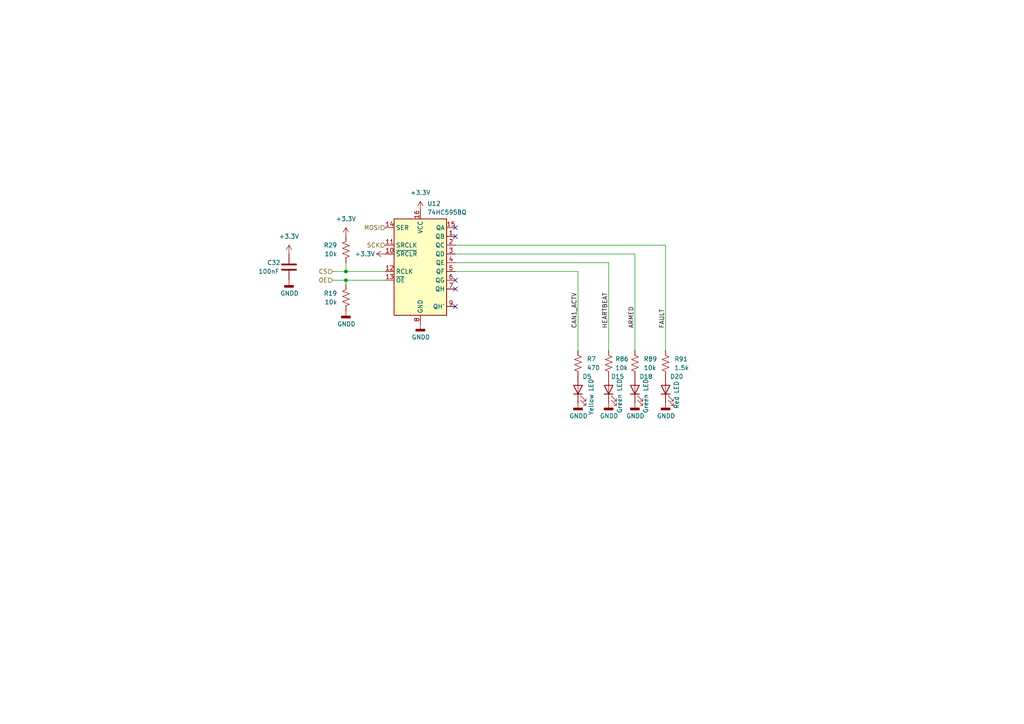
<source format=kicad_sch>
(kicad_sch (version 20230121) (generator eeschema)
  (paper "A4")
  (lib_symbols
    (symbol "74xx:74HC595"
      (property "Reference" "U" (at -7.62 13.97 0))
      (property "Value" "74HC595" (at -7.62 -16.51 0))
      (symbol "74HC595_1_0"
        (pin tri_state line (at 10.16 7.62 180) (length 2.54) (name "QB") (number "1"))
        (pin input line (at -10.16 2.54 0) (length 2.54) (name "~{SRCLR}") (number "10"))
        (pin input line (at -10.16 5.08 0) (length 2.54) (name "SRCLK") (number "11"))
        (pin input line (at -10.16 -2.54 0) (length 2.54) (name "RCLK") (number "12"))
        (pin input line (at -10.16 -5.08 0) (length 2.54) (name "~{OE}") (number "13"))
        (pin input line (at -10.16 10.16 0) (length 2.54) (name "SER") (number "14"))
        (pin tri_state line (at 10.16 10.16 180) (length 2.54) (name "QA") (number "15"))
        (pin power_in line (at 0 15.24 270) (length 2.54) (name "VCC") (number "16"))
        (pin tri_state line (at 10.16 5.08 180) (length 2.54) (name "QC") (number "2"))
        (pin tri_state line (at 10.16 2.54 180) (length 2.54) (name "QD") (number "3"))
        (pin tri_state line (at 10.16 0 180) (length 2.54) (name "QE") (number "4"))
        (pin tri_state line (at 10.16 -2.54 180) (length 2.54) (name "QF") (number "5"))
        (pin tri_state line (at 10.16 -5.08 180) (length 2.54) (name "QG") (number "6"))
        (pin tri_state line (at 10.16 -7.62 180) (length 2.54) (name "QH") (number "7"))
        (pin power_in line (at 0 -17.78 90) (length 2.54) (name "GND") (number "8"))
        (pin output line (at 10.16 -12.7 180) (length 2.54) (name "QH'") (number "9"))
      )
      (symbol "74HC595_1_1"
        (rectangle (start -7.62 12.7) (end 7.62 -15.24) (stroke (width 0.254)) (fill (type background)))
      )
    )
    (symbol "Device:C" (pin_numbers hide) (pin_names (offset 0.254))
      (property "Reference" "C" (at 0.635 2.54 0))
      (property "Value" "C" (at 0.635 -2.54 0))
      (symbol "C_0_1"
        (polyline (pts (xy -2.032 -0.762) (xy 2.032 -0.762)) (stroke (width 0.508)))
        (polyline (pts (xy -2.032 0.762) (xy 2.032 0.762)) (stroke (width 0.508)))
      )
      (symbol "C_1_1"
        (pin passive line (at 0 3.81 270) (length 2.794) (name "~") (number "1"))
        (pin passive line (at 0 -3.81 90) (length 2.794) (name "~") (number "2"))
      )
    )
    (symbol "Device:LED" (pin_numbers hide) (pin_names (offset 1.016) hide)
      (property "Reference" "D" (at 0 2.54 0))
      (property "Value" "LED" (at 0 -2.54 0))
      (symbol "LED_0_1"
        (polyline (pts (xy -1.27 -1.27) (xy -1.27 1.27)) (stroke (width 0.254)))
        (polyline (pts (xy -1.27 0) (xy 1.27 0)))
        (polyline (pts (xy 1.27 -1.27) (xy 1.27 1.27) (xy -1.27 0) (xy 1.27 -1.27)) (stroke (width 0.254)))
        (polyline (pts (xy -3.048 -0.762) (xy -4.572 -2.286) (xy -3.81 -2.286) (xy -4.572 -2.286) (xy -4.572 -1.524)))
        (polyline (pts (xy -1.778 -0.762) (xy -3.302 -2.286) (xy -2.54 -2.286) (xy -3.302 -2.286) (xy -3.302 -1.524)))
      )
      (symbol "LED_1_1"
        (pin passive line (at -3.81 0 0) (length 2.54) (name "K") (number "1"))
        (pin passive line (at 3.81 0 180) (length 2.54) (name "A") (number "2"))
      )
    )
    (symbol "Device:R_US" (pin_numbers hide) (pin_names (offset 0))
      (property "Reference" "R" (at 2.54 0 90))
      (property "Value" "R_US" (at -2.54 0 90))
      (symbol "R_US_0_1"
        (polyline (pts (xy 0 -2.286) (xy 0 -2.54)))
        (polyline (pts (xy 0 2.286) (xy 0 2.54)))
        (polyline (pts (xy 0 -0.762) (xy 1.016 -1.143) (xy 0 -1.524) (xy -1.016 -1.905) (xy 0 -2.286)))
        (polyline (pts (xy 0 0.762) (xy 1.016 0.381) (xy 0 0) (xy -1.016 -0.381) (xy 0 -0.762)))
        (polyline (pts (xy 0 2.286) (xy 1.016 1.905) (xy 0 1.524) (xy -1.016 1.143) (xy 0 0.762)))
      )
      (symbol "R_US_1_1"
        (pin passive line (at 0 3.81 270) (length 1.27) (name "~") (number "1"))
        (pin passive line (at 0 -3.81 90) (length 1.27) (name "~") (number "2"))
      )
    )
    (symbol "power:+3.3V" (power) (pin_names (offset 0))
      (property "Value" "+3.3V" (at 0 3.556 0))
      (symbol "+3.3V_0_1"
        (polyline (pts (xy -0.762 1.27) (xy 0 2.54)))
        (polyline (pts (xy 0 0) (xy 0 2.54)))
        (polyline (pts (xy 0 2.54) (xy 0.762 1.27)))
      )
      (symbol "+3.3V_1_1"
        (pin power_in line (at 0 0 90) (length 0) hide (name "+3.3V") (number "1"))
      )
    )
    (symbol "power:GNDD" (power) (pin_names (offset 0))
      (property "Value" "GNDD" (at 0 -3.175 0))
      (symbol "GNDD_0_1"
        (rectangle (start -1.27 -1.524) (end 1.27 -2.032) (stroke (width 0.254)) (fill (type outline)))
        (polyline (pts (xy 0 0) (xy 0 -1.524)))
      )
      (symbol "GNDD_1_1"
        (pin power_in line (at 0 0 270) (length 0) hide (name "GNDD") (number "1"))
      )
    )
  )
  (junction (at 100.33 78.74))
  (junction (at 100.33 81.28))
  (no_connect (at 132.08 88.9))
  (no_connect (at 132.08 83.82))
  (no_connect (at 132.08 66.04))
  (no_connect (at 132.08 81.28))
  (no_connect (at 132.08 68.58))
  (wire (pts (xy 100.33 76.2) (xy 100.33 78.74)))
  (wire (pts (xy 96.52 78.74) (xy 100.33 78.74)))
  (wire (pts (xy 132.08 78.74) (xy 167.64 78.74)))
  (wire (pts (xy 132.08 76.2) (xy 176.53 76.2)))
  (wire (pts (xy 167.64 101.6) (xy 167.64 78.74)))
  (wire (pts (xy 184.15 73.66) (xy 184.15 101.6)))
  (wire (pts (xy 111.76 81.28) (xy 100.33 81.28)))
  (wire (pts (xy 100.33 78.74) (xy 111.76 78.74)))
  (wire (pts (xy 100.33 81.28) (xy 100.33 82.55)))
  (wire (pts (xy 132.08 73.66) (xy 184.15 73.66)))
  (wire (pts (xy 176.53 101.6) (xy 176.53 76.2)))
  (wire (pts (xy 193.04 71.12) (xy 193.04 101.6)))
  (wire (pts (xy 132.08 71.12) (xy 193.04 71.12)))
  (wire (pts (xy 96.52 81.28) (xy 100.33 81.28)))
  (label "FAULT" (at 193.04 95.25 90))
  (label "ARMED" (at 184.15 95.25 90))
  (label "HEARTBEAT" (at 176.53 95.25 90))
  (label "CAN1_ACTV" (at 167.64 95.25 90))
  (hierarchical_label "OE" (shape input) (at 96.52 81.28 180))
  (hierarchical_label "SCK" (shape input) (at 111.76 71.12 180))
  (hierarchical_label "MOSI" (shape input) (at 111.76 66.04 180))
  (hierarchical_label "CS" (shape input) (at 96.52 78.74 180))
  (symbol (lib_id "power:+3.3V") (at 121.92 60.96 0) (unit 1)
    (property "Reference" "#PWR016" (effects hide))
    (property "Value" "+3.3V" (at 121.92 55.88 0))
  )
  (symbol (lib_id "power:+3.3V") (at 100.33 68.58 0) (unit 1)
    (property "Reference" "#PWR058" (effects hide))
    (property "Value" "+3.3V" (at 100.33 63.5 0))
  )
  (symbol (lib_id "power:GNDD") (at 83.82 81.28 0) (unit 1)
    (property "Reference" "#PWR060" (effects hide))
    (property "Value" "GNDD" (at 81.28 85.09 0) (effects (justify left)))
  )
  (symbol (lib_id "power:GNDD") (at 121.92 93.98 0) (unit 1)
    (property "Reference" "#PWR021" (effects hide))
    (property "Value" "GNDD" (at 119.38 97.79 0) (effects (justify left)))
  )
  (symbol (lib_id "Device:LED") (at 176.53 113.03 90) (unit 1)
    (property "Reference" "D15" (at 177.165 109.22 90) (effects (justify right)))
    (property "Value" "Green LED" (at 179.705 109.855 0) (effects (justify right)))
    (property "Footprint" "Diode_SMD:D_0603_1608Metric" (effects hide))
    (property "LCSC" "C72043" (effects hide))
  )
  (symbol (lib_id "power:GNDD") (at 184.15 116.84 0) (unit 1)
    (property "Reference" "#PWR0136" (effects hide))
    (property "Value" "GNDD" (at 181.61 120.65 0) (effects (justify left)))
  )
  (symbol (lib_id "Device:LED") (at 193.04 113.03 90) (unit 1)
    (property "Reference" "D20" (at 194.31 109.22 90) (effects (justify right)))
    (property "Value" "Red LED" (at 196.215 110.49 0) (effects (justify right)))
    (property "Footprint" "Diode_SMD:D_0603_1608Metric" (effects hide))
    (property "LCSC" "C2286" (effects hide))
  )
  (symbol (lib_id "Device:R_US") (at 184.15 105.41 0) (unit 1)
    (property "Reference" "R89" (at 186.69 104.1399 0) (effects (justify left)))
    (property "Value" "10k" (at 186.69 106.6799 0) (effects (justify left)))
    (property "Footprint" "Resistor_SMD:R_0402_1005Metric" (effects hide))
    (property "LCSC" "C25744" (effects hide))
  )
  (symbol (lib_id "Device:R_US") (at 100.33 86.36 0) (mirror x) (unit 1)
    (property "Reference" "R19" (at 97.79 85.0899 0) (effects (justify right)))
    (property "Value" "10k" (at 97.79 87.6299 0) (effects (justify right)))
    (property "Footprint" "Resistor_SMD:R_0402_1005Metric" (effects hide))
    (property "LCSC" "C25744" (effects hide))
  )
  (symbol (lib_id "Device:LED") (at 167.64 113.03 90) (unit 1)
    (property "Reference" "D5" (at 168.91 109.22 90) (effects (justify right)))
    (property "Value" "Yellow LED" (at 171.45 109.855 0) (effects (justify right)))
    (property "Footprint" "Diode_SMD:D_0603_1608Metric" (effects hide))
    (property "LCSC" "C72038" (effects hide))
  )
  (symbol (lib_id "power:GNDD") (at 167.64 116.84 0) (unit 1)
    (property "Reference" "#PWR022" (effects hide))
    (property "Value" "GNDD" (at 165.1 120.65 0) (effects (justify left)))
  )
  (symbol (lib_id "Device:R_US") (at 193.04 105.41 0) (unit 1)
    (property "Reference" "R91" (at 195.58 104.1399 0) (effects (justify left)))
    (property "Value" "1.5k" (at 195.58 106.6799 0) (effects (justify left)))
    (property "Footprint" "Resistor_SMD:R_0402_1005Metric" (effects hide))
    (property "LCSC" "C25867" (effects hide))
  )
  (symbol (lib_id "power:GNDD") (at 100.33 90.17 0) (unit 1)
    (property "Reference" "#PWR014" (effects hide))
    (property "Value" "GNDD" (at 97.79 93.98 0) (effects (justify left)))
  )
  (symbol (lib_id "power:GNDD") (at 176.53 116.84 0) (unit 1)
    (property "Reference" "#PWR0133" (effects hide))
    (property "Value" "GNDD" (at 173.99 120.65 0) (effects (justify left)))
  )
  (symbol (lib_id "74xx:74HC595") (at 121.92 76.2 0) (unit 1)
    (property "Reference" "U12" (at 123.8759 59.055 0) (effects (justify left)))
    (property "Value" "74HC595BQ" (at 123.8759 61.595 0) (effects (justify left)))
    (property "Footprint" "Package_DFN_QFN:DHVQFN-16-1EP_2.5x3.5mm_P0.5mm_EP1x2mm" (effects hide))
    (property "Datasheet" "https://rocelec.widen.net/view/pdf/umsr6rbkih/PHGL-S-A0000283114-1.pdf?t.download=true&u=5oefqw" (effects hide))
    (property "DigiKey" "1727-3327-1-ND" (effects hide))
  )
  (symbol (lib_id "Device:LED") (at 184.15 113.03 90) (unit 1)
    (property "Reference" "D18" (at 185.42 109.22 90) (effects (justify right)))
    (property "Value" "Green LED" (at 187.325 109.855 0) (effects (justify right)))
    (property "Footprint" "Diode_SMD:D_0603_1608Metric" (effects hide))
    (property "LCSC" "C72043" (effects hide))
  )
  (symbol (lib_id "Device:R_US") (at 100.33 72.39 0) (mirror x) (unit 1)
    (property "Reference" "R29" (at 97.79 71.1199 0) (effects (justify right)))
    (property "Value" "10k" (at 97.79 73.6599 0) (effects (justify right)))
    (property "Footprint" "Resistor_SMD:R_0402_1005Metric" (effects hide))
    (property "LCSC" "C25744" (effects hide))
  )
  (symbol (lib_id "power:GNDD") (at 193.04 116.84 0) (unit 1)
    (property "Reference" "#PWR0138" (effects hide))
    (property "Value" "GNDD" (at 190.5 120.65 0) (effects (justify left)))
  )
  (symbol (lib_id "power:+3.3V") (at 111.76 73.66 90) (unit 1)
    (property "Reference" "#PWR015" (effects hide))
    (property "Value" "+3.3V" (at 102.87 73.66 90) (effects (justify right)))
  )
  (symbol (lib_id "Device:R_US") (at 176.53 105.41 0) (unit 1)
    (property "Reference" "R86" (at 178.435 104.1399 0) (effects (justify left)))
    (property "Value" "10k" (at 178.435 106.6799 0) (effects (justify left)))
    (property "Footprint" "Resistor_SMD:R_0402_1005Metric" (effects hide))
    (property "LCSC" "C25744" (effects hide))
  )
  (symbol (lib_id "Device:C") (at 83.82 77.47 180) (unit 1)
    (property "Reference" "C32" (at 77.47 76.2 0) (effects (justify right)))
    (property "Value" "100nF" (at 74.93 78.74 0) (effects (justify right)))
    (property "Footprint" "Capacitor_SMD:C_0402_1005Metric" (effects hide))
    (property "LCSC" "C307331" (effects hide))
  )
  (symbol (lib_id "power:+3.3V") (at 83.82 73.66 0) (unit 1)
    (property "Reference" "#PWR059" (effects hide))
    (property "Value" "+3.3V" (at 83.82 68.58 0))
  )
  (symbol (lib_id "Device:R_US") (at 167.64 105.41 0) (unit 1)
    (property "Reference" "R7" (at 170.18 104.1399 0) (effects (justify left)))
    (property "Value" "470" (at 170.18 106.6799 0) (effects (justify left)))
    (property "Footprint" "Resistor_SMD:R_0402_1005Metric" (effects hide))
    (property "LCSC" "C25117" (effects hide))
  )
)
</source>
